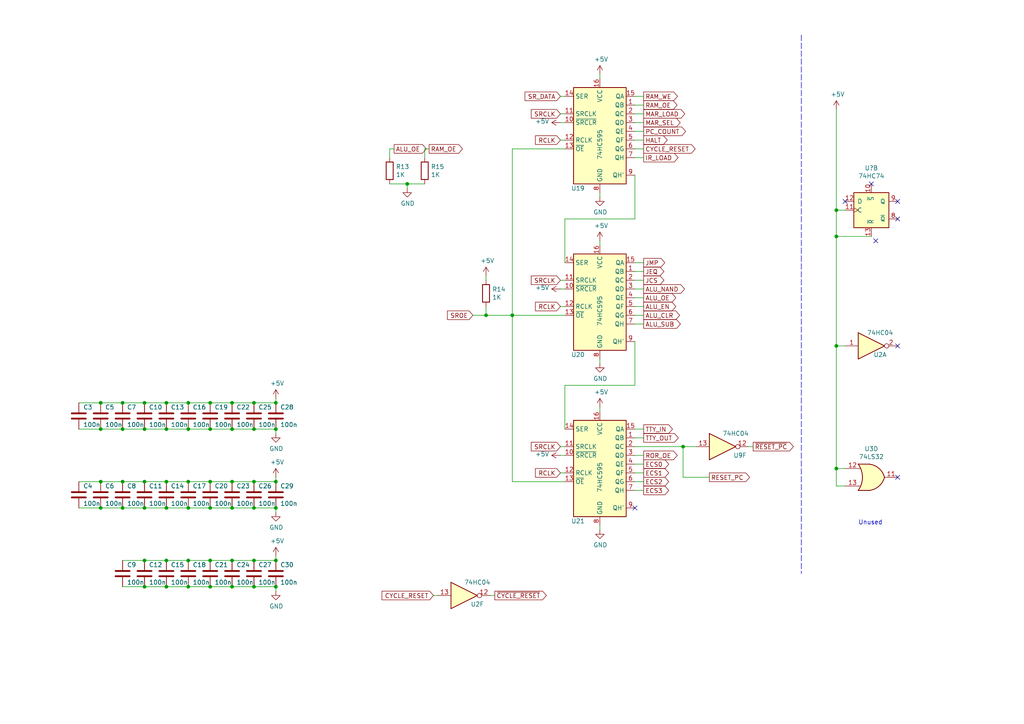
<source format=kicad_sch>
(kicad_sch (version 20231120) (generator "eeschema") (generator_version "8.0")
  (paper "A4")
  (lib_symbols
    (symbol "74xx:74HC04"
      (property "Reference" "U" (at 0 1.27 0))
      (property "Value" "74HC04" (at 0 -1.27 0))
      (symbol "74HC04_1_0"
        (polyline (pts (xy -3.81 3.81) (xy -3.81 -3.81) (xy 3.81 0) (xy -3.81 3.81)) (stroke (width 0.254)) (fill (type background)))
        (pin input line (at -7.62 0 0) (length 3.81) (name "~") (number "1"))
        (pin output inverted (at 7.62 0 180) (length 3.81) (name "~") (number "2"))
      )
      (symbol "74HC04_2_0"
        (polyline (pts (xy -3.81 3.81) (xy -3.81 -3.81) (xy 3.81 0) (xy -3.81 3.81)) (stroke (width 0.254)) (fill (type background)))
        (pin input line (at -7.62 0 0) (length 3.81) (name "~") (number "3"))
        (pin output inverted (at 7.62 0 180) (length 3.81) (name "~") (number "4"))
      )
      (symbol "74HC04_3_0"
        (polyline (pts (xy -3.81 3.81) (xy -3.81 -3.81) (xy 3.81 0) (xy -3.81 3.81)) (stroke (width 0.254)) (fill (type background)))
        (pin input line (at -7.62 0 0) (length 3.81) (name "~") (number "5"))
        (pin output inverted (at 7.62 0 180) (length 3.81) (name "~") (number "6"))
      )
      (symbol "74HC04_4_0"
        (polyline (pts (xy -3.81 3.81) (xy -3.81 -3.81) (xy 3.81 0) (xy -3.81 3.81)) (stroke (width 0.254)) (fill (type background)))
        (pin output inverted (at 7.62 0 180) (length 3.81) (name "~") (number "8"))
        (pin input line (at -7.62 0 0) (length 3.81) (name "~") (number "9"))
      )
      (symbol "74HC04_5_0"
        (polyline (pts (xy -3.81 3.81) (xy -3.81 -3.81) (xy 3.81 0) (xy -3.81 3.81)) (stroke (width 0.254)) (fill (type background)))
        (pin output inverted (at 7.62 0 180) (length 3.81) (name "~") (number "10"))
        (pin input line (at -7.62 0 0) (length 3.81) (name "~") (number "11"))
      )
      (symbol "74HC04_6_0"
        (polyline (pts (xy -3.81 3.81) (xy -3.81 -3.81) (xy 3.81 0) (xy -3.81 3.81)) (stroke (width 0.254)) (fill (type background)))
        (pin output inverted (at 7.62 0 180) (length 3.81) (name "~") (number "12"))
        (pin input line (at -7.62 0 0) (length 3.81) (name "~") (number "13"))
      )
      (symbol "74HC04_7_0"
        (pin power_in line (at 0 12.7 270) (length 5.08) (name "VCC") (number "14"))
        (pin power_in line (at 0 -12.7 90) (length 5.08) (name "GND") (number "7"))
      )
      (symbol "74HC04_7_1"
        (rectangle (start -5.08 7.62) (end 5.08 -7.62) (stroke (width 0.254)) (fill (type background)))
      )
    )
    (symbol "74xx:74HC595"
      (property "Reference" "U" (at -7.62 13.97 0))
      (property "Value" "74HC595" (at -7.62 -16.51 0))
      (symbol "74HC595_1_0"
        (pin tri_state line (at 10.16 7.62 180) (length 2.54) (name "QB") (number "1"))
        (pin input line (at -10.16 2.54 0) (length 2.54) (name "~{SRCLR}") (number "10"))
        (pin input line (at -10.16 5.08 0) (length 2.54) (name "SRCLK") (number "11"))
        (pin input line (at -10.16 -2.54 0) (length 2.54) (name "RCLK") (number "12"))
        (pin input line (at -10.16 -5.08 0) (length 2.54) (name "~{OE}") (number "13"))
        (pin input line (at -10.16 10.16 0) (length 2.54) (name "SER") (number "14"))
        (pin tri_state line (at 10.16 10.16 180) (length 2.54) (name "QA") (number "15"))
        (pin power_in line (at 0 15.24 270) (length 2.54) (name "VCC") (number "16"))
        (pin tri_state line (at 10.16 5.08 180) (length 2.54) (name "QC") (number "2"))
        (pin tri_state line (at 10.16 2.54 180) (length 2.54) (name "QD") (number "3"))
        (pin tri_state line (at 10.16 0 180) (length 2.54) (name "QE") (number "4"))
        (pin tri_state line (at 10.16 -2.54 180) (length 2.54) (name "QF") (number "5"))
        (pin tri_state line (at 10.16 -5.08 180) (length 2.54) (name "QG") (number "6"))
        (pin tri_state line (at 10.16 -7.62 180) (length 2.54) (name "QH") (number "7"))
        (pin power_in line (at 0 -17.78 90) (length 2.54) (name "GND") (number "8"))
        (pin output line (at 10.16 -12.7 180) (length 2.54) (name "QH'") (number "9"))
      )
      (symbol "74HC595_1_1"
        (rectangle (start -7.62 12.7) (end 7.62 -15.24) (stroke (width 0.254)) (fill (type background)))
      )
    )
    (symbol "74xx:74HC74" (pin_names (offset 1.016))
      (property "Reference" "U" (at -7.62 8.89 0))
      (property "Value" "74HC74" (at -7.62 -8.89 0))
      (symbol "74HC74_1_0"
        (pin input line (at 0 -7.62 90) (length 2.54) (name "~{R}") (number "1"))
        (pin input line (at -7.62 2.54 0) (length 2.54) (name "D") (number "2"))
        (pin input clock (at -7.62 0 0) (length 2.54) (name "C") (number "3"))
        (pin input line (at 0 7.62 270) (length 2.54) (name "~{S}") (number "4"))
        (pin output line (at 7.62 2.54 180) (length 2.54) (name "Q") (number "5"))
        (pin output line (at 7.62 -2.54 180) (length 2.54) (name "~{Q}") (number "6"))
      )
      (symbol "74HC74_1_1"
        (rectangle (start -5.08 5.08) (end 5.08 -5.08) (stroke (width 0.254)) (fill (type background)))
      )
      (symbol "74HC74_2_0"
        (pin input line (at 0 7.62 270) (length 2.54) (name "~{S}") (number "10"))
        (pin input clock (at -7.62 0 0) (length 2.54) (name "C") (number "11"))
        (pin input line (at -7.62 2.54 0) (length 2.54) (name "D") (number "12"))
        (pin input line (at 0 -7.62 90) (length 2.54) (name "~{R}") (number "13"))
        (pin output line (at 7.62 -2.54 180) (length 2.54) (name "~{Q}") (number "8"))
        (pin output line (at 7.62 2.54 180) (length 2.54) (name "Q") (number "9"))
      )
      (symbol "74HC74_2_1"
        (rectangle (start -5.08 5.08) (end 5.08 -5.08) (stroke (width 0.254)) (fill (type background)))
      )
      (symbol "74HC74_3_0"
        (pin power_in line (at 0 10.16 270) (length 2.54) (name "VCC") (number "14"))
        (pin power_in line (at 0 -10.16 90) (length 2.54) (name "GND") (number "7"))
      )
      (symbol "74HC74_3_1"
        (rectangle (start -5.08 7.62) (end 5.08 -7.62) (stroke (width 0.254)) (fill (type background)))
      )
    )
    (symbol "74xx:74LS32" (pin_names (offset 1.016))
      (property "Reference" "U" (at 0 1.27 0))
      (property "Value" "74LS32" (at 0 -1.27 0))
      (symbol "74LS32_1_1"
        (arc (start -3.81 -3.81) (mid -2.589 0) (end -3.81 3.81) (stroke (width 0.254)))
        (arc (start -0.6096 -3.81) (mid 2.1842 -2.5851) (end 3.81 0) (stroke (width 0.254)) (fill (type background)))
        (polyline (pts (xy -3.81 -3.81) (xy -0.635 -3.81)) (stroke (width 0.254)) (fill (type background)))
        (polyline (pts (xy -3.81 3.81) (xy -0.635 3.81)) (stroke (width 0.254)) (fill (type background)))
        (polyline (pts (xy -0.635 3.81) (xy -3.81 3.81) (xy -3.81 3.81) (xy -3.556 3.4036) (xy -3.0226 2.2606) (xy -2.6924 1.0414) (xy -2.6162 -0.254) (xy -2.7686 -1.4986) (xy -3.175 -2.7178) (xy -3.81 -3.81) (xy -3.81 -3.81) (xy -0.635 -3.81)) (stroke (width -25.4)) (fill (type background)))
        (arc (start 3.81 0) (mid 2.1915 2.5936) (end -0.6096 3.81) (stroke (width 0.254)) (fill (type background)))
        (pin input line (at -7.62 2.54 0) (length 4.318) (name "~") (number "1"))
        (pin input line (at -7.62 -2.54 0) (length 4.318) (name "~") (number "2"))
        (pin output line (at 7.62 0 180) (length 3.81) (name "~") (number "3"))
      )
      (symbol "74LS32_1_2"
        (arc (start 0 -3.81) (mid 3.7934 0) (end 0 3.81) (stroke (width 0.254)) (fill (type background)))
        (polyline (pts (xy 0 3.81) (xy -3.81 3.81) (xy -3.81 -3.81) (xy 0 -3.81)) (stroke (width 0.254)) (fill (type background)))
        (pin input inverted (at -7.62 2.54 0) (length 3.81) (name "~") (number "1"))
        (pin input inverted (at -7.62 -2.54 0) (length 3.81) (name "~") (number "2"))
        (pin output inverted (at 7.62 0 180) (length 3.81) (name "~") (number "3"))
      )
      (symbol "74LS32_2_1"
        (arc (start -3.81 -3.81) (mid -2.589 0) (end -3.81 3.81) (stroke (width 0.254)))
        (arc (start -0.6096 -3.81) (mid 2.1842 -2.5851) (end 3.81 0) (stroke (width 0.254)) (fill (type background)))
        (polyline (pts (xy -3.81 -3.81) (xy -0.635 -3.81)) (stroke (width 0.254)) (fill (type background)))
        (polyline (pts (xy -3.81 3.81) (xy -0.635 3.81)) (stroke (width 0.254)) (fill (type background)))
        (polyline (pts (xy -0.635 3.81) (xy -3.81 3.81) (xy -3.81 3.81) (xy -3.556 3.4036) (xy -3.0226 2.2606) (xy -2.6924 1.0414) (xy -2.6162 -0.254) (xy -2.7686 -1.4986) (xy -3.175 -2.7178) (xy -3.81 -3.81) (xy -3.81 -3.81) (xy -0.635 -3.81)) (stroke (width -25.4)) (fill (type background)))
        (arc (start 3.81 0) (mid 2.1915 2.5936) (end -0.6096 3.81) (stroke (width 0.254)) (fill (type background)))
        (pin input line (at -7.62 2.54 0) (length 4.318) (name "~") (number "4"))
        (pin input line (at -7.62 -2.54 0) (length 4.318) (name "~") (number "5"))
        (pin output line (at 7.62 0 180) (length 3.81) (name "~") (number "6"))
      )
      (symbol "74LS32_2_2"
        (arc (start 0 -3.81) (mid 3.7934 0) (end 0 3.81) (stroke (width 0.254)) (fill (type background)))
        (polyline (pts (xy 0 3.81) (xy -3.81 3.81) (xy -3.81 -3.81) (xy 0 -3.81)) (stroke (width 0.254)) (fill (type background)))
        (pin input inverted (at -7.62 2.54 0) (length 3.81) (name "~") (number "4"))
        (pin input inverted (at -7.62 -2.54 0) (length 3.81) (name "~") (number "5"))
        (pin output inverted (at 7.62 0 180) (length 3.81) (name "~") (number "6"))
      )
      (symbol "74LS32_3_1"
        (arc (start -3.81 -3.81) (mid -2.589 0) (end -3.81 3.81) (stroke (width 0.254)))
        (arc (start -0.6096 -3.81) (mid 2.1842 -2.5851) (end 3.81 0) (stroke (width 0.254)) (fill (type background)))
        (polyline (pts (xy -3.81 -3.81) (xy -0.635 -3.81)) (stroke (width 0.254)) (fill (type background)))
        (polyline (pts (xy -3.81 3.81) (xy -0.635 3.81)) (stroke (width 0.254)) (fill (type background)))
        (polyline (pts (xy -0.635 3.81) (xy -3.81 3.81) (xy -3.81 3.81) (xy -3.556 3.4036) (xy -3.0226 2.2606) (xy -2.6924 1.0414) (xy -2.6162 -0.254) (xy -2.7686 -1.4986) (xy -3.175 -2.7178) (xy -3.81 -3.81) (xy -3.81 -3.81) (xy -0.635 -3.81)) (stroke (width -25.4)) (fill (type background)))
        (arc (start 3.81 0) (mid 2.1915 2.5936) (end -0.6096 3.81) (stroke (width 0.254)) (fill (type background)))
        (pin input line (at -7.62 -2.54 0) (length 4.318) (name "~") (number "10"))
        (pin output line (at 7.62 0 180) (length 3.81) (name "~") (number "8"))
        (pin input line (at -7.62 2.54 0) (length 4.318) (name "~") (number "9"))
      )
      (symbol "74LS32_3_2"
        (arc (start 0 -3.81) (mid 3.7934 0) (end 0 3.81) (stroke (width 0.254)) (fill (type background)))
        (polyline (pts (xy 0 3.81) (xy -3.81 3.81) (xy -3.81 -3.81) (xy 0 -3.81)) (stroke (width 0.254)) (fill (type background)))
        (pin input inverted (at -7.62 -2.54 0) (length 3.81) (name "~") (number "10"))
        (pin output inverted (at 7.62 0 180) (length 3.81) (name "~") (number "8"))
        (pin input inverted (at -7.62 2.54 0) (length 3.81) (name "~") (number "9"))
      )
      (symbol "74LS32_4_1"
        (arc (start -3.81 -3.81) (mid -2.589 0) (end -3.81 3.81) (stroke (width 0.254)))
        (arc (start -0.6096 -3.81) (mid 2.1842 -2.5851) (end 3.81 0) (stroke (width 0.254)) (fill (type background)))
        (polyline (pts (xy -3.81 -3.81) (xy -0.635 -3.81)) (stroke (width 0.254)) (fill (type background)))
        (polyline (pts (xy -3.81 3.81) (xy -0.635 3.81)) (stroke (width 0.254)) (fill (type background)))
        (polyline (pts (xy -0.635 3.81) (xy -3.81 3.81) (xy -3.81 3.81) (xy -3.556 3.4036) (xy -3.0226 2.2606) (xy -2.6924 1.0414) (xy -2.6162 -0.254) (xy -2.7686 -1.4986) (xy -3.175 -2.7178) (xy -3.81 -3.81) (xy -3.81 -3.81) (xy -0.635 -3.81)) (stroke (width -25.4)) (fill (type background)))
        (arc (start 3.81 0) (mid 2.1915 2.5936) (end -0.6096 3.81) (stroke (width 0.254)) (fill (type background)))
        (pin output line (at 7.62 0 180) (length 3.81) (name "~") (number "11"))
        (pin input line (at -7.62 2.54 0) (length 4.318) (name "~") (number "12"))
        (pin input line (at -7.62 -2.54 0) (length 4.318) (name "~") (number "13"))
      )
      (symbol "74LS32_4_2"
        (arc (start 0 -3.81) (mid 3.7934 0) (end 0 3.81) (stroke (width 0.254)) (fill (type background)))
        (polyline (pts (xy 0 3.81) (xy -3.81 3.81) (xy -3.81 -3.81) (xy 0 -3.81)) (stroke (width 0.254)) (fill (type background)))
        (pin output inverted (at 7.62 0 180) (length 3.81) (name "~") (number "11"))
        (pin input inverted (at -7.62 2.54 0) (length 3.81) (name "~") (number "12"))
        (pin input inverted (at -7.62 -2.54 0) (length 3.81) (name "~") (number "13"))
      )
      (symbol "74LS32_5_0"
        (pin power_in line (at 0 12.7 270) (length 5.08) (name "VCC") (number "14"))
        (pin power_in line (at 0 -12.7 90) (length 5.08) (name "GND") (number "7"))
      )
      (symbol "74LS32_5_1"
        (rectangle (start -5.08 7.62) (end 5.08 -7.62) (stroke (width 0.254)) (fill (type background)))
      )
    )
    (symbol "8bit_computer-rescue:+5V-power" (power) (pin_names (offset 0))
      (property "Value" "power_+5V" (at 0 3.556 0))
      (symbol "+5V-power_0_1"
        (polyline (pts (xy -0.762 1.27) (xy 0 2.54)))
        (polyline (pts (xy 0 0) (xy 0 2.54)))
        (polyline (pts (xy 0 2.54) (xy 0.762 1.27)))
      )
      (symbol "+5V-power_1_1"
        (pin power_in line (at 0 0 90) (length 0) hide (name "+5V") (number "1"))
      )
    )
    (symbol "8bit_computer-rescue:GND-power" (power) (pin_names (offset 0))
      (property "Value" "power_GND" (at 0 -3.81 0))
      (symbol "GND-power_0_1"
        (polyline (pts (xy 0 0) (xy 0 -1.27) (xy 1.27 -1.27) (xy 0 -2.54) (xy -1.27 -1.27) (xy 0 -1.27)))
      )
      (symbol "GND-power_1_1"
        (pin power_in line (at 0 0 270) (length 0) hide (name "GND") (number "1"))
      )
    )
    (symbol "Device:C" (pin_numbers hide) (pin_names (offset 0.254))
      (property "Reference" "C" (at 0.635 2.54 0))
      (property "Value" "C" (at 0.635 -2.54 0))
      (symbol "C_0_1"
        (polyline (pts (xy -2.032 -0.762) (xy 2.032 -0.762)) (stroke (width 0.508)))
        (polyline (pts (xy -2.032 0.762) (xy 2.032 0.762)) (stroke (width 0.508)))
      )
      (symbol "C_1_1"
        (pin passive line (at 0 3.81 270) (length 2.794) (name "~") (number "1"))
        (pin passive line (at 0 -3.81 90) (length 2.794) (name "~") (number "2"))
      )
    )
    (symbol "Device:R" (pin_numbers hide) (pin_names (offset 0))
      (property "Reference" "R" (at 2.032 0 90))
      (property "Value" "R" (at 0 0 90))
      (symbol "R_0_1"
        (rectangle (start -1.016 -2.54) (end 1.016 2.54) (stroke (width 0.254)))
      )
      (symbol "R_1_1"
        (pin passive line (at 0 3.81 270) (length 1.27) (name "~") (number "1"))
        (pin passive line (at 0 -3.81 90) (length 1.27) (name "~") (number "2"))
      )
    )
  )
  (junction (at 60.96 162.56))
  (junction (at 29.21 147.32))
  (junction (at 54.61 147.32))
  (junction (at 29.21 139.7))
  (junction (at 60.96 116.84))
  (junction (at 29.21 116.84))
  (junction (at 60.96 124.46))
  (junction (at 73.66 116.84))
  (junction (at 73.66 139.7))
  (junction (at 60.96 139.7))
  (junction (at 41.91 124.46))
  (junction (at 73.66 124.46))
  (junction (at 41.91 116.84))
  (junction (at 48.26 162.56))
  (junction (at 67.31 139.7))
  (junction (at 140.97 91.44))
  (junction (at 48.26 139.7))
  (junction (at 80.01 170.18))
  (junction (at 60.96 147.32))
  (junction (at 54.61 124.46))
  (junction (at 242.57 68.58))
  (junction (at 41.91 147.32))
  (junction (at 29.21 124.46))
  (junction (at 73.66 162.56))
  (junction (at 67.31 170.18))
  (junction (at 54.61 139.7))
  (junction (at 198.12 129.54))
  (junction (at 54.61 116.84))
  (junction (at 48.26 116.84))
  (junction (at 80.01 139.7))
  (junction (at 67.31 124.46))
  (junction (at 48.26 147.32))
  (junction (at 67.31 116.84))
  (junction (at 35.56 139.7))
  (junction (at 54.61 170.18))
  (junction (at 148.59 91.44))
  (junction (at 80.01 147.32))
  (junction (at 60.96 170.18))
  (junction (at 54.61 162.56))
  (junction (at 48.26 170.18))
  (junction (at 242.57 100.33))
  (junction (at 35.56 116.84))
  (junction (at 80.01 116.84))
  (junction (at 242.57 135.89))
  (junction (at 41.91 162.56))
  (junction (at 242.57 60.96))
  (junction (at 35.56 147.32))
  (junction (at 41.91 170.18))
  (junction (at 73.66 170.18))
  (junction (at 67.31 147.32))
  (junction (at 48.26 124.46))
  (junction (at 73.66 147.32))
  (junction (at 35.56 124.46))
  (junction (at 67.31 162.56))
  (junction (at 80.01 162.56))
  (junction (at 41.91 139.7))
  (junction (at 80.01 124.46))
  (junction (at 118.11 53.34))
  (no_connect (at 245.11 58.42))
  (no_connect (at 252.73 53.34))
  (no_connect (at 260.35 58.42))
  (no_connect (at 184.15 147.32))
  (no_connect (at 260.35 138.43))
  (no_connect (at 260.35 100.33))
  (no_connect (at 260.35 63.5))
  (no_connect (at 254 69.85))
  (wire (pts (xy 198.12 129.54) (xy 201.93 129.54)))
  (wire (pts (xy 67.31 124.46) (xy 73.66 124.46)))
  (wire (pts (xy 54.61 139.7) (xy 48.26 139.7)))
  (wire (pts (xy 67.31 170.18) (xy 73.66 170.18)))
  (wire (pts (xy 60.96 162.56) (xy 54.61 162.56)))
  (wire (pts (xy 242.57 31.75) (xy 242.57 60.96)))
  (wire (pts (xy 242.57 68.58) (xy 242.57 60.96)))
  (wire (pts (xy 73.66 147.32) (xy 80.01 147.32)))
  (wire (pts (xy 162.56 27.94) (xy 163.83 27.94)))
  (wire (pts (xy 80.01 139.7) (xy 80.01 138.43)))
  (wire (pts (xy 173.99 22.86) (xy 173.99 21.59)))
  (wire (pts (xy 41.91 139.7) (xy 35.56 139.7)))
  (wire (pts (xy 173.99 119.38) (xy 173.99 118.11)))
  (wire (pts (xy 186.69 127) (xy 184.15 127)))
  (wire (pts (xy 60.96 170.18) (xy 67.31 170.18)))
  (wire (pts (xy 137.16 91.44) (xy 140.97 91.44)))
  (wire (pts (xy 186.69 30.48) (xy 184.15 30.48)))
  (wire (pts (xy 205.74 138.43) (xy 198.12 138.43)))
  (wire (pts (xy 163.83 63.5) (xy 163.83 76.2)))
  (wire (pts (xy 184.15 134.62) (xy 186.69 134.62)))
  (wire (pts (xy 60.96 116.84) (xy 54.61 116.84)))
  (wire (pts (xy 67.31 147.32) (xy 73.66 147.32)))
  (wire (pts (xy 60.96 147.32) (xy 67.31 147.32)))
  (wire (pts (xy 140.97 88.9) (xy 140.97 91.44)))
  (wire (pts (xy 162.56 35.56) (xy 163.83 35.56)))
  (wire (pts (xy 163.83 111.76) (xy 163.83 124.46)))
  (wire (pts (xy 162.56 33.02) (xy 163.83 33.02)))
  (wire (pts (xy 186.69 93.98) (xy 184.15 93.98)))
  (wire (pts (xy 186.69 91.44) (xy 184.15 91.44)))
  (wire (pts (xy 41.91 124.46) (xy 48.26 124.46)))
  (wire (pts (xy 245.11 135.89) (xy 242.57 135.89)))
  (wire (pts (xy 125.73 172.72) (xy 127 172.72)))
  (wire (pts (xy 162.56 132.08) (xy 163.83 132.08)))
  (wire (pts (xy 162.56 83.82) (xy 163.83 83.82)))
  (wire (pts (xy 60.96 124.46) (xy 67.31 124.46)))
  (wire (pts (xy 41.91 170.18) (xy 48.26 170.18)))
  (wire (pts (xy 29.21 139.7) (xy 22.86 139.7)))
  (wire (pts (xy 35.56 124.46) (xy 41.91 124.46)))
  (wire (pts (xy 252.73 68.58) (xy 242.57 68.58)))
  (wire (pts (xy 184.15 139.7) (xy 186.69 139.7)))
  (wire (pts (xy 67.31 139.7) (xy 60.96 139.7)))
  (wire (pts (xy 54.61 124.46) (xy 60.96 124.46)))
  (wire (pts (xy 29.21 116.84) (xy 22.86 116.84)))
  (wire (pts (xy 245.11 100.33) (xy 242.57 100.33)))
  (wire (pts (xy 148.59 43.18) (xy 148.59 91.44)))
  (wire (pts (xy 118.11 53.34) (xy 113.03 53.34)))
  (wire (pts (xy 35.56 170.18) (xy 41.91 170.18)))
  (wire (pts (xy 173.99 57.15) (xy 173.99 55.88)))
  (wire (pts (xy 80.01 116.84) (xy 80.01 115.57)))
  (wire (pts (xy 184.15 43.18) (xy 186.69 43.18)))
  (wire (pts (xy 186.69 33.02) (xy 184.15 33.02)))
  (wire (pts (xy 41.91 162.56) (xy 35.56 162.56)))
  (wire (pts (xy 67.31 162.56) (xy 60.96 162.56)))
  (wire (pts (xy 184.15 137.16) (xy 186.69 137.16)))
  (wire (pts (xy 118.11 53.34) (xy 123.19 53.34)))
  (wire (pts (xy 123.19 43.18) (xy 124.46 43.18)))
  (wire (pts (xy 242.57 100.33) (xy 242.57 135.89)))
  (wire (pts (xy 73.66 139.7) (xy 67.31 139.7)))
  (wire (pts (xy 173.99 105.41) (xy 173.99 104.14)))
  (wire (pts (xy 218.44 129.54) (xy 217.17 129.54)))
  (wire (pts (xy 148.59 139.7) (xy 163.83 139.7)))
  (wire (pts (xy 143.51 172.72) (xy 142.24 172.72)))
  (wire (pts (xy 54.61 170.18) (xy 60.96 170.18)))
  (wire (pts (xy 184.15 142.24) (xy 186.69 142.24)))
  (wire (pts (xy 80.01 116.84) (xy 73.66 116.84)))
  (wire (pts (xy 162.56 40.64) (xy 163.83 40.64)))
  (wire (pts (xy 29.21 124.46) (xy 35.56 124.46)))
  (wire (pts (xy 67.31 116.84) (xy 60.96 116.84)))
  (wire (pts (xy 80.01 125.73) (xy 80.01 124.46)))
  (wire (pts (xy 48.26 116.84) (xy 41.91 116.84)))
  (wire (pts (xy 41.91 147.32) (xy 48.26 147.32)))
  (wire (pts (xy 48.26 147.32) (xy 54.61 147.32)))
  (wire (pts (xy 184.15 40.64) (xy 186.69 40.64)))
  (wire (pts (xy 48.26 170.18) (xy 54.61 170.18)))
  (wire (pts (xy 35.56 147.32) (xy 41.91 147.32)))
  (wire (pts (xy 140.97 91.44) (xy 148.59 91.44)))
  (wire (pts (xy 118.11 54.61) (xy 118.11 53.34)))
  (wire (pts (xy 186.69 78.74) (xy 184.15 78.74)))
  (wire (pts (xy 245.11 60.96) (xy 242.57 60.96)))
  (wire (pts (xy 73.66 116.84) (xy 67.31 116.84)))
  (wire (pts (xy 41.91 116.84) (xy 35.56 116.84)))
  (wire (pts (xy 184.15 50.8) (xy 184.15 63.5)))
  (wire (pts (xy 80.01 162.56) (xy 80.01 161.29)))
  (wire (pts (xy 148.59 91.44) (xy 163.83 91.44)))
  (wire (pts (xy 162.56 137.16) (xy 163.83 137.16)))
  (wire (pts (xy 173.99 153.67) (xy 173.99 152.4)))
  (wire (pts (xy 80.01 162.56) (xy 73.66 162.56)))
  (wire (pts (xy 148.59 139.7) (xy 148.59 91.44)))
  (wire (pts (xy 162.56 88.9) (xy 163.83 88.9)))
  (wire (pts (xy 245.11 140.97) (xy 242.57 140.97)))
  (wire (pts (xy 186.69 124.46) (xy 184.15 124.46)))
  (wire (pts (xy 186.69 45.72) (xy 184.15 45.72)))
  (wire (pts (xy 54.61 116.84) (xy 48.26 116.84)))
  (wire (pts (xy 54.61 162.56) (xy 48.26 162.56)))
  (wire (pts (xy 80.01 148.59) (xy 80.01 147.32)))
  (wire (pts (xy 184.15 111.76) (xy 163.83 111.76)))
  (wire (pts (xy 73.66 162.56) (xy 67.31 162.56)))
  (wire (pts (xy 242.57 140.97) (xy 242.57 135.89)))
  (wire (pts (xy 22.86 124.46) (xy 29.21 124.46)))
  (wire (pts (xy 113.03 45.72) (xy 113.03 43.18)))
  (wire (pts (xy 162.56 81.28) (xy 163.83 81.28)))
  (wire (pts (xy 184.15 129.54) (xy 198.12 129.54)))
  (wire (pts (xy 60.96 139.7) (xy 54.61 139.7)))
  (wire (pts (xy 123.19 45.72) (xy 123.19 43.18)))
  (wire (pts (xy 35.56 116.84) (xy 29.21 116.84)))
  (wire (pts (xy 186.69 86.36) (xy 184.15 86.36)))
  (wire (pts (xy 173.99 71.12) (xy 173.99 69.85)))
  (wire (pts (xy 73.66 170.18) (xy 80.01 170.18)))
  (wire (pts (xy 186.69 76.2) (xy 184.15 76.2)))
  (wire (pts (xy 184.15 99.06) (xy 184.15 111.76)))
  (wire (pts (xy 186.69 27.94) (xy 184.15 27.94)))
  (wire (pts (xy 140.97 80.01) (xy 140.97 81.28)))
  (wire (pts (xy 48.26 124.46) (xy 54.61 124.46)))
  (wire (pts (xy 35.56 139.7) (xy 29.21 139.7)))
  (wire (pts (xy 184.15 132.08) (xy 186.69 132.08)))
  (wire (pts (xy 186.69 83.82) (xy 184.15 83.82)))
  (wire (pts (xy 162.56 129.54) (xy 163.83 129.54)))
  (wire (pts (xy 22.86 147.32) (xy 29.21 147.32)))
  (wire (pts (xy 186.69 88.9) (xy 184.15 88.9)))
  (wire (pts (xy 242.57 68.58) (xy 242.57 100.33)))
  (wire (pts (xy 184.15 38.1) (xy 186.69 38.1)))
  (wire (pts (xy 186.69 81.28) (xy 184.15 81.28)))
  (wire (pts (xy 80.01 139.7) (xy 73.66 139.7)))
  (wire (pts (xy 184.15 63.5) (xy 163.83 63.5)))
  (wire (pts (xy 198.12 138.43) (xy 198.12 129.54)))
  (wire (pts (xy 186.69 35.56) (xy 184.15 35.56)))
  (wire (pts (xy 148.59 43.18) (xy 163.83 43.18)))
  (wire (pts (xy 113.03 43.18) (xy 114.3 43.18)))
  (wire (pts (xy 48.26 139.7) (xy 41.91 139.7)))
  (wire (pts (xy 29.21 147.32) (xy 35.56 147.32)))
  (wire (pts (xy 73.66 124.46) (xy 80.01 124.46)))
  (polyline (pts (xy 232.41 10.16) (xy 232.41 166.37)) (stroke (width 0) (type dash)))
  (wire (pts (xy 54.61 147.32) (xy 60.96 147.32)))
  (wire (pts (xy 48.26 162.56) (xy 41.91 162.56)))
  (wire (pts (xy 80.01 171.45) (xy 80.01 170.18)))
  (text "Unused\n" (at 248.92 152.4 0) (effects (font (size 1.27 1.27)) (justify left bottom)))
  (global_label "SRCLK" (shape input) (at 162.56 81.28 180) (property "Intersheetrefs" "${INTERSHEET_REFS}" (effects (hide yes))))
  (global_label "ECS0" (shape output) (at 186.69 134.62 0) (property "Intersheetrefs" "${INTERSHEET_REFS}" (effects (hide yes))))
  (global_label "SRCLK" (shape input) (at 162.56 33.02 180) (property "Intersheetrefs" "${INTERSHEET_REFS}" (effects (hide yes))))
  (global_label "RAM_WE" (shape output) (at 186.69 27.94 0) (property "Intersheetrefs" "${INTERSHEET_REFS}" (effects (hide yes))))
  (global_label "RAM_OE" (shape output) (at 186.69 30.48 0) (property "Intersheetrefs" "${INTERSHEET_REFS}" (effects (hide yes))))
  (global_label "TTY_IN" (shape output) (at 186.69 124.46 0) (property "Intersheetrefs" "${INTERSHEET_REFS}" (effects (hide yes))))
  (global_label "IR_LOAD" (shape output) (at 186.69 45.72 0) (property "Intersheetrefs" "${INTERSHEET_REFS}" (effects (hide yes))))
  (global_label "RESET_PC" (shape output) (at 205.74 138.43 0) (property "Intersheetrefs" "${INTERSHEET_REFS}" (effects (hide yes))))
  (global_label "SROE" (shape input) (at 137.16 91.44 180) (property "Intersheetrefs" "${INTERSHEET_REFS}" (effects (hide yes))))
  (global_label "~{CYCLE_RESET}" (shape output) (at 143.51 172.72 0) (property "Intersheetrefs" "${INTERSHEET_REFS}" (effects (hide yes))))
  (global_label "ECS3" (shape output) (at 186.69 142.24 0) (property "Intersheetrefs" "${INTERSHEET_REFS}" (effects (hide yes))))
  (global_label "RAM_OE" (shape output) (at 124.46 43.18 0) (property "Intersheetrefs" "${INTERSHEET_REFS}" (effects (hide yes))))
  (global_label "RCLK" (shape input) (at 162.56 88.9 180) (property "Intersheetrefs" "${INTERSHEET_REFS}" (effects (hide yes))))
  (global_label "ECS1" (shape output) (at 186.69 137.16 0) (property "Intersheetrefs" "${INTERSHEET_REFS}" (effects (hide yes))))
  (global_label "RCLK" (shape input) (at 162.56 40.64 180) (property "Intersheetrefs" "${INTERSHEET_REFS}" (effects (hide yes))))
  (global_label "RCLK" (shape input) (at 162.56 137.16 180) (property "Intersheetrefs" "${INTERSHEET_REFS}" (effects (hide yes))))
  (global_label "TTY_OUT" (shape output) (at 186.69 127 0) (property "Intersheetrefs" "${INTERSHEET_REFS}" (effects (hide yes))))
  (global_label "ROR_OE" (shape output) (at 186.69 132.08 0) (property "Intersheetrefs" "${INTERSHEET_REFS}" (effects (hide yes))))
  (global_label "SR_DATA" (shape input) (at 162.56 27.94 180) (property "Intersheetrefs" "${INTERSHEET_REFS}" (effects (hide yes))))
  (global_label "PC_COUNT" (shape output) (at 186.69 38.1 0) (property "Intersheetrefs" "${INTERSHEET_REFS}" (effects (hide yes))))
  (global_label "MAR_SEL" (shape output) (at 186.69 35.56 0) (property "Intersheetrefs" "${INTERSHEET_REFS}" (effects (hide yes))))
  (global_label "JEQ" (shape output) (at 186.69 78.74 0) (property "Intersheetrefs" "${INTERSHEET_REFS}" (effects (hide yes))))
  (global_label "JCS" (shape output) (at 186.69 81.28 0) (property "Intersheetrefs" "${INTERSHEET_REFS}" (effects (hide yes))))
  (global_label "CYCLE_RESET" (shape output) (at 186.69 43.18 0) (property "Intersheetrefs" "${INTERSHEET_REFS}" (effects (hide yes))))
  (global_label "ALU_CLR" (shape output) (at 186.69 91.44 0) (property "Intersheetrefs" "${INTERSHEET_REFS}" (effects (hide yes))))
  (global_label "HALT" (shape output) (at 186.69 40.64 0) (property "Intersheetrefs" "${INTERSHEET_REFS}" (effects (hide yes))))
  (global_label "ECS2" (shape output) (at 186.69 139.7 0) (property "Intersheetrefs" "${INTERSHEET_REFS}" (effects (hide yes))))
  (global_label "~{RESET_PC}" (shape output) (at 218.44 129.54 0) (property "Intersheetrefs" "${INTERSHEET_REFS}" (effects (hide yes))))
  (global_label "SRCLK" (shape input) (at 162.56 129.54 180) (property "Intersheetrefs" "${INTERSHEET_REFS}" (effects (hide yes))))
  (global_label "ALU_OE" (shape output) (at 114.3 43.18 0) (property "Intersheetrefs" "${INTERSHEET_REFS}" (effects (hide yes))))
  (global_label "CYCLE_RESET" (shape input) (at 125.73 172.72 180) (property "Intersheetrefs" "${INTERSHEET_REFS}" (effects (hide yes))))
  (global_label "MAR_LOAD" (shape output) (at 186.69 33.02 0) (property "Intersheetrefs" "${INTERSHEET_REFS}" (effects (hide yes))))
  (global_label "ALU_OE" (shape output) (at 186.69 86.36 0) (property "Intersheetrefs" "${INTERSHEET_REFS}" (effects (hide yes))))
  (global_label "ALU_EN" (shape output) (at 186.69 88.9 0) (property "Intersheetrefs" "${INTERSHEET_REFS}" (effects (hide yes))))
  (global_label "JMP" (shape output) (at 186.69 76.2 0) (property "Intersheetrefs" "${INTERSHEET_REFS}" (effects (hide yes))))
  (global_label "ALU_NAND" (shape output) (at 186.69 83.82 0) (property "Intersheetrefs" "${INTERSHEET_REFS}" (effects (hide yes))))
  (global_label "ALU_SUB" (shape output) (at 186.69 93.98 0) (property "Intersheetrefs" "${INTERSHEET_REFS}" (effects (hide yes))))
  (symbol (lib_id "Device:C") (at 22.86 143.51 0) (unit 1)
    (property "Reference" "C4" (at 24.13 140.97 0) (effects (justify left)))
    (property "Value" "100n" (at 24.13 146.05 0) (effects (justify left)))
    (property "Footprint" "Capacitor_THT:C_Disc_D4.3mm_W1.9mm_P5.00mm" (effects (hide yes)))
  )
  (symbol (lib_id "Device:C") (at 29.21 143.51 0) (unit 1)
    (property "Reference" "C6" (at 30.48 140.97 0) (effects (justify left)))
    (property "Value" "100n" (at 30.48 146.05 0) (effects (justify left)))
    (property "Footprint" "Capacitor_THT:C_Disc_D4.3mm_W1.9mm_P5.00mm" (effects (hide yes)))
  )
  (symbol (lib_id "Device:C") (at 35.56 143.51 0) (unit 1)
    (property "Reference" "C8" (at 36.83 140.97 0) (effects (justify left)))
    (property "Value" "100n" (at 36.83 146.05 0) (effects (justify left)))
    (property "Footprint" "Capacitor_THT:C_Disc_D4.3mm_W1.9mm_P5.00mm" (effects (hide yes)))
  )
  (symbol (lib_id "Device:C") (at 41.91 143.51 0) (unit 1)
    (property "Reference" "C11" (at 43.18 140.97 0) (effects (justify left)))
    (property "Value" "100n" (at 43.18 146.05 0) (effects (justify left)))
    (property "Footprint" "Capacitor_THT:C_Disc_D4.3mm_W1.9mm_P5.00mm" (effects (hide yes)))
  )
  (symbol (lib_id "Device:C") (at 48.26 143.51 0) (unit 1)
    (property "Reference" "C14" (at 49.53 140.97 0) (effects (justify left)))
    (property "Value" "100n" (at 49.53 146.05 0) (effects (justify left)))
    (property "Footprint" "Capacitor_THT:C_Disc_D4.3mm_W1.9mm_P5.00mm" (effects (hide yes)))
  )
  (symbol (lib_id "Device:C") (at 54.61 143.51 0) (unit 1)
    (property "Reference" "C17" (at 55.88 140.97 0) (effects (justify left)))
    (property "Value" "100n" (at 55.88 146.05 0) (effects (justify left)))
    (property "Footprint" "Capacitor_THT:C_Disc_D4.3mm_W1.9mm_P5.00mm" (effects (hide yes)))
  )
  (symbol (lib_id "Device:C") (at 60.96 143.51 0) (unit 1)
    (property "Reference" "C20" (at 62.23 140.97 0) (effects (justify left)))
    (property "Value" "100n" (at 62.23 146.05 0) (effects (justify left)))
    (property "Footprint" "Capacitor_THT:C_Disc_D4.3mm_W1.9mm_P5.00mm" (effects (hide yes)))
  )
  (symbol (lib_id "Device:C") (at 67.31 143.51 0) (unit 1)
    (property "Reference" "C23" (at 68.58 140.97 0) (effects (justify left)))
    (property "Value" "100n" (at 68.58 146.05 0) (effects (justify left)))
    (property "Footprint" "Capacitor_THT:C_Disc_D4.3mm_W1.9mm_P5.00mm" (effects (hide yes)))
  )
  (symbol (lib_id "Device:C") (at 73.66 143.51 0) (unit 1)
    (property "Reference" "C26" (at 74.93 140.97 0) (effects (justify left)))
    (property "Value" "100n" (at 74.93 146.05 0) (effects (justify left)))
    (property "Footprint" "Capacitor_THT:C_Disc_D4.3mm_W1.9mm_P5.00mm" (effects (hide yes)))
  )
  (symbol (lib_id "Device:C") (at 80.01 143.51 0) (unit 1)
    (property "Reference" "C29" (at 81.28 140.97 0) (effects (justify left)))
    (property "Value" "100n" (at 81.28 146.05 0) (effects (justify left)))
    (property "Footprint" "Capacitor_THT:C_Disc_D4.3mm_W1.9mm_P5.00mm" (effects (hide yes)))
  )
  (symbol (lib_id "8bit_computer-rescue:+5V-power") (at 80.01 138.43 0) (unit 1)
    (property "Reference" "#PWR045" (effects (hide yes)))
    (property "Value" "+5V" (at 80.391 134.0358 0))
  )
  (symbol (lib_id "8bit_computer-rescue:GND-power") (at 80.01 148.59 0) (unit 1)
    (property "Reference" "#PWR046" (effects (hide yes)))
    (property "Value" "GND" (at 80.137 152.9842 0))
  )
  (symbol (lib_id "Device:C") (at 35.56 166.37 0) (unit 1)
    (property "Reference" "C9" (at 36.83 163.83 0) (effects (justify left)))
    (property "Value" "100n" (at 36.83 168.91 0) (effects (justify left)))
    (property "Footprint" "Capacitor_THT:C_Disc_D4.3mm_W1.9mm_P5.00mm" (effects (hide yes)))
  )
  (symbol (lib_id "Device:C") (at 41.91 166.37 0) (unit 1)
    (property "Reference" "C12" (at 43.18 163.83 0) (effects (justify left)))
    (property "Value" "100n" (at 43.18 168.91 0) (effects (justify left)))
    (property "Footprint" "Capacitor_THT:C_Disc_D4.3mm_W1.9mm_P5.00mm" (effects (hide yes)))
  )
  (symbol (lib_id "Device:C") (at 48.26 166.37 0) (unit 1)
    (property "Reference" "C15" (at 49.53 163.83 0) (effects (justify left)))
    (property "Value" "100n" (at 49.53 168.91 0) (effects (justify left)))
    (property "Footprint" "Capacitor_THT:C_Disc_D4.3mm_W1.9mm_P5.00mm" (effects (hide yes)))
  )
  (symbol (lib_id "Device:C") (at 54.61 166.37 0) (unit 1)
    (property "Reference" "C18" (at 55.88 163.83 0) (effects (justify left)))
    (property "Value" "100n" (at 55.88 168.91 0) (effects (justify left)))
    (property "Footprint" "Capacitor_THT:C_Disc_D4.3mm_W1.9mm_P5.00mm" (effects (hide yes)))
  )
  (symbol (lib_id "Device:C") (at 60.96 166.37 0) (unit 1)
    (property "Reference" "C21" (at 62.23 163.83 0) (effects (justify left)))
    (property "Value" "100n" (at 62.23 168.91 0) (effects (justify left)))
    (property "Footprint" "Capacitor_THT:C_Disc_D4.3mm_W1.9mm_P5.00mm" (effects (hide yes)))
  )
  (symbol (lib_id "Device:C") (at 67.31 166.37 0) (unit 1)
    (property "Reference" "C24" (at 68.58 163.83 0) (effects (justify left)))
    (property "Value" "100n" (at 68.58 168.91 0) (effects (justify left)))
    (property "Footprint" "Capacitor_THT:C_Disc_D4.3mm_W1.9mm_P5.00mm" (effects (hide yes)))
  )
  (symbol (lib_id "Device:C") (at 73.66 166.37 0) (unit 1)
    (property "Reference" "C27" (at 74.93 163.83 0) (effects (justify left)))
    (property "Value" "100n" (at 74.93 168.91 0) (effects (justify left)))
    (property "Footprint" "Capacitor_THT:C_Disc_D4.3mm_W1.9mm_P5.00mm" (effects (hide yes)))
  )
  (symbol (lib_id "Device:C") (at 80.01 166.37 0) (unit 1)
    (property "Reference" "C30" (at 81.28 163.83 0) (effects (justify left)))
    (property "Value" "100n" (at 81.28 168.91 0) (effects (justify left)))
    (property "Footprint" "Capacitor_THT:C_Disc_D4.3mm_W1.9mm_P5.00mm" (effects (hide yes)))
  )
  (symbol (lib_id "8bit_computer-rescue:+5V-power") (at 80.01 161.29 0) (unit 1)
    (property "Reference" "#PWR047" (effects (hide yes)))
    (property "Value" "+5V" (at 80.391 156.8958 0))
  )
  (symbol (lib_id "8bit_computer-rescue:GND-power") (at 80.01 171.45 0) (unit 1)
    (property "Reference" "#PWR048" (effects (hide yes)))
    (property "Value" "GND" (at 80.137 175.8442 0))
  )
  (symbol (lib_id "Device:C") (at 22.86 120.65 0) (unit 1)
    (property "Reference" "C3" (at 24.13 118.11 0) (effects (justify left)))
    (property "Value" "100n" (at 24.13 123.19 0) (effects (justify left)))
    (property "Footprint" "Capacitor_THT:C_Disc_D4.3mm_W1.9mm_P5.00mm" (effects (hide yes)))
  )
  (symbol (lib_id "Device:C") (at 29.21 120.65 0) (unit 1)
    (property "Reference" "C5" (at 30.48 118.11 0) (effects (justify left)))
    (property "Value" "100n" (at 30.48 123.19 0) (effects (justify left)))
    (property "Footprint" "Capacitor_THT:C_Disc_D4.3mm_W1.9mm_P5.00mm" (effects (hide yes)))
  )
  (symbol (lib_id "Device:C") (at 35.56 120.65 0) (unit 1)
    (property "Reference" "C7" (at 36.83 118.11 0) (effects (justify left)))
    (property "Value" "100n" (at 36.83 123.19 0) (effects (justify left)))
    (property "Footprint" "Capacitor_THT:C_Disc_D4.3mm_W1.9mm_P5.00mm" (effects (hide yes)))
  )
  (symbol (lib_id "Device:C") (at 41.91 120.65 0) (unit 1)
    (property "Reference" "C10" (at 43.18 118.11 0) (effects (justify left)))
    (property "Value" "100n" (at 43.18 123.19 0) (effects (justify left)))
    (property "Footprint" "Capacitor_THT:C_Disc_D4.3mm_W1.9mm_P5.00mm" (effects (hide yes)))
  )
  (symbol (lib_id "Device:C") (at 48.26 120.65 0) (unit 1)
    (property "Reference" "C13" (at 49.53 118.11 0) (effects (justify left)))
    (property "Value" "100n" (at 49.53 123.19 0) (effects (justify left)))
    (property "Footprint" "Capacitor_THT:C_Disc_D4.3mm_W1.9mm_P5.00mm" (effects (hide yes)))
  )
  (symbol (lib_id "Device:C") (at 54.61 120.65 0) (unit 1)
    (property "Reference" "C16" (at 55.88 118.11 0) (effects (justify left)))
    (property "Value" "100n" (at 55.88 123.19 0) (effects (justify left)))
    (property "Footprint" "Capacitor_THT:C_Disc_D4.3mm_W1.9mm_P5.00mm" (effects (hide yes)))
  )
  (symbol (lib_id "Device:C") (at 60.96 120.65 0) (unit 1)
    (property "Reference" "C19" (at 62.23 118.11 0) (effects (justify left)))
    (property "Value" "100n" (at 62.23 123.19 0) (effects (justify left)))
    (property "Footprint" "Capacitor_THT:C_Disc_D4.3mm_W1.9mm_P5.00mm" (effects (hide yes)))
  )
  (symbol (lib_id "Device:C") (at 67.31 120.65 0) (unit 1)
    (property "Reference" "C22" (at 68.58 118.11 0) (effects (justify left)))
    (property "Value" "100n" (at 68.58 123.19 0) (effects (justify left)))
    (property "Footprint" "Capacitor_THT:C_Disc_D4.3mm_W1.9mm_P5.00mm" (effects (hide yes)))
  )
  (symbol (lib_id "Device:C") (at 73.66 120.65 0) (unit 1)
    (property "Reference" "C25" (at 74.93 118.11 0) (effects (justify left)))
    (property "Value" "100n" (at 74.93 123.19 0) (effects (justify left)))
    (property "Footprint" "Capacitor_THT:C_Disc_D4.3mm_W1.9mm_P5.00mm" (effects (hide yes)))
  )
  (symbol (lib_id "Device:C") (at 80.01 120.65 0) (unit 1)
    (property "Reference" "C28" (at 81.28 118.11 0) (effects (justify left)))
    (property "Value" "100n" (at 81.28 123.19 0) (effects (justify left)))
    (property "Footprint" "Capacitor_THT:C_Disc_D4.3mm_W1.9mm_P5.00mm" (effects (hide yes)))
  )
  (symbol (lib_id "8bit_computer-rescue:+5V-power") (at 80.01 115.57 0) (unit 1)
    (property "Reference" "#PWR043" (effects (hide yes)))
    (property "Value" "+5V" (at 80.391 111.1758 0))
  )
  (symbol (lib_id "8bit_computer-rescue:GND-power") (at 80.01 125.73 0) (unit 1)
    (property "Reference" "#PWR044" (effects (hide yes)))
    (property "Value" "GND" (at 80.137 130.1242 0))
  )
  (symbol (lib_id "Device:R") (at 140.97 85.09 0) (unit 1)
    (property "Reference" "R14" (at 142.748 83.9216 0) (effects (justify left)))
    (property "Value" "1K" (at 142.748 86.233 0) (effects (justify left)))
    (property "Footprint" "Resistor_THT:R_Axial_DIN0207_L6.3mm_D2.5mm_P7.62mm_Horizontal" (effects (hide yes)))
    (instances (project "8bit_computer" (path "" (reference "R14") (unit 1)) (path "" (reference "R?") (unit 1))))
  )
  (symbol (lib_id "8bit_computer-rescue:+5V-power") (at 140.97 80.01 0) (unit 1)
    (property "Reference" "#PWR0104" (effects (hide yes)))
    (property "Value" "+5V" (at 141.351 75.6158 0))
  )
  (symbol (lib_id "74xx:74HC04") (at 209.55 129.54 0) (unit 6)
    (property "Reference" "U9" (at 214.63 132.08 0))
    (property "Value" "74HC04" (at 213.36 125.73 0))
    (property "Footprint" "Package_DIP:DIP-14_W7.62mm" (effects (hide yes)))
    (property "Datasheet" "https://assets.nexperia.com/documents/data-sheet/74HC_HCT04.pdf" (effects (hide yes)))
    (instances (project "8bit_computer" (path "" (reference "U9") (unit 6)) (path "" (reference "U?") (unit 6))))
  )
  (symbol (lib_id "Device:R") (at 123.19 49.53 0) (unit 1)
    (property "Reference" "R15" (at 124.968 48.3616 0) (effects (justify left)))
    (property "Value" "1K" (at 124.968 50.673 0) (effects (justify left)))
    (property "Footprint" "Resistor_SMD:R_1206_3216Metric_Pad1.42x1.75mm_HandSolder" (effects (hide yes)))
  )
  (symbol (lib_id "Device:R") (at 113.03 49.53 0) (unit 1)
    (property "Reference" "R13" (at 114.808 48.3616 0) (effects (justify left)))
    (property "Value" "1K" (at 114.808 50.673 0) (effects (justify left)))
    (property "Footprint" "Resistor_SMD:R_1206_3216Metric_Pad1.42x1.75mm_HandSolder" (effects (hide yes)))
  )
  (symbol (lib_id "8bit_computer-rescue:GND-power") (at 118.11 54.61 0) (unit 1)
    (property "Reference" "#PWR054" (effects (hide yes)))
    (property "Value" "GND" (at 118.237 59.0042 0))
  )
  (symbol (lib_id "74xx:74HC04") (at 252.73 100.33 0) (unit 1)
    (property "Reference" "U2" (at 255.27 102.87 0))
    (property "Value" "74HC04" (at 255.27 96.52 0))
    (property "Footprint" "Package_DIP:DIP-14_W7.62mm" (effects (hide yes)))
    (property "Datasheet" "https://assets.nexperia.com/documents/data-sheet/74HC_HCT04.pdf" (effects (hide yes)))
    (instances (project "8bit_computer" (path "" (reference "U2") (unit 1)) (path "" (reference "U?") (unit 1))))
  )
  (symbol (lib_id "74xx:74HC04") (at 134.62 172.72 0) (unit 6)
    (property "Reference" "U2" (at 138.43 175.26 0))
    (property "Value" "74HC04" (at 138.43 168.91 0))
    (property "Footprint" "Package_DIP:DIP-14_W7.62mm" (effects (hide yes)))
    (property "Datasheet" "https://assets.nexperia.com/documents/data-sheet/74HC_HCT04.pdf" (effects (hide yes)))
    (instances (project "8bit_computer" (path "" (reference "U2") (unit 6)) (path "" (reference "U?") (unit 6))))
  )
  (symbol (lib_id "74xx:74HC74") (at 252.73 60.96 0) (unit 2)
    (property "Reference" "U?" (at 252.73 48.7426 0))
    (property "Value" "74HC74" (at 252.73 51.054 0))
    (property "Footprint" "Package_DIP:DIP-14_W7.62mm" (effects (hide yes)))
    (property "Datasheet" "74xx/74hc_hct74.pdf" (effects (hide yes)))
    (instances (project "8bit_computer" (path "" (reference "U?") (unit 2)) (path "" (reference "U?") (unit 2)) (path "" (reference "U13") (unit 2))))
  )
  (symbol (lib_id "74xx:74LS32") (at 252.73 138.43 0) (unit 4)
    (property "Reference" "U3" (at 252.73 130.175 0))
    (property "Value" "74LS32" (at 252.73 132.4864 0))
    (property "Footprint" "Package_DIP:DIP-14_W7.62mm" (effects (hide yes)))
    (property "Datasheet" "http://www.ti.com/lit/gpn/sn74LS32" (effects (hide yes)))
    (instances (project "8bit_computer" (path "" (reference "U3") (unit 4)) (path "" (reference "U?") (unit 4))))
  )
  (symbol (lib_id "8bit_computer-rescue:+5V-power") (at 242.57 31.75 0) (unit 1)
    (property "Reference" "#PWR061" (effects (hide yes)))
    (property "Value" "+5V" (at 242.951 27.3558 0))
  )
  (symbol (lib_id "74xx:74HC595") (at 173.99 134.62 0) (unit 1)
    (property "Reference" "U21" (at 167.64 151.13 0))
    (property "Value" "74HC595" (at 173.99 138.43 90))
    (property "Footprint" "Package_DIP:DIP-16_W7.62mm" (effects (hide yes)))
    (property "Datasheet" "http://www.ti.com/lit/ds/symlink/sn74hc595.pdf" (effects (hide yes)))
    (instances (project "8bit_computer" (path "" (reference "U21") (unit 1)) (path "" (reference "U?") (unit 1))))
  )
  (symbol (lib_id "8bit_computer-rescue:+5V-power") (at 173.99 118.11 0) (unit 1)
    (property "Reference" "#PWR059" (effects (hide yes)))
    (property "Value" "+5V" (at 174.371 113.7158 0))
    (instances (project "8bit_computer" (path "" (reference "#PWR059") (unit 1)) (path "" (reference "#PWR?") (unit 1))))
  )
  (symbol (lib_id "8bit_computer-rescue:GND-power") (at 173.99 153.67 0) (unit 1)
    (property "Reference" "#PWR060" (effects (hide yes)))
    (property "Value" "GND" (at 174.117 158.0642 0))
    (instances (project "8bit_computer" (path "" (reference "#PWR060") (unit 1)) (path "" (reference "#PWR?") (unit 1))))
  )
  (symbol (lib_id "74xx:74HC595") (at 173.99 86.36 0) (unit 1)
    (property "Reference" "U20" (at 167.64 102.87 0))
    (property "Value" "74HC595" (at 173.99 90.17 90))
    (property "Footprint" "Package_DIP:DIP-16_W7.62mm" (effects (hide yes)))
    (property "Datasheet" "http://www.ti.com/lit/ds/symlink/sn74hc595.pdf" (effects (hide yes)))
    (instances (project "8bit_computer" (path "" (reference "U20") (unit 1)) (path "" (reference "U?") (unit 1))))
  )
  (symbol (lib_id "8bit_computer-rescue:+5V-power") (at 173.99 69.85 0) (unit 1)
    (property "Reference" "#PWR057" (effects (hide yes)))
    (property "Value" "+5V" (at 174.371 65.4558 0))
    (instances (project "8bit_computer" (path "" (reference "#PWR057") (unit 1)) (path "" (reference "#PWR?") (unit 1))))
  )
  (symbol (lib_id "8bit_computer-rescue:GND-power") (at 173.99 105.41 0) (unit 1)
    (property "Reference" "#PWR058" (effects (hide yes)))
    (property "Value" "GND" (at 174.117 109.8042 0))
    (instances (project "8bit_computer" (path "" (reference "#PWR058") (unit 1)) (path "" (reference "#PWR?") (unit 1))))
  )
  (symbol (lib_id "74xx:74HC595") (at 173.99 38.1 0) (unit 1)
    (property "Reference" "U19" (at 167.64 54.61 0))
    (property "Value" "74HC595" (at 173.99 41.91 90))
    (property "Footprint" "Package_DIP:DIP-16_W7.62mm" (effects (hide yes)))
    (property "Datasheet" "http://www.ti.com/lit/ds/symlink/sn74hc595.pdf" (effects (hide yes)))
    (instances (project "8bit_computer" (path "" (reference "U19") (unit 1)) (path "" (reference "U?") (unit 1))))
  )
  (symbol (lib_id "8bit_computer-rescue:+5V-power") (at 173.99 21.59 0) (unit 1)
    (property "Reference" "#PWR055" (effects (hide yes)))
    (property "Value" "+5V" (at 174.371 17.1958 0))
    (instances (project "8bit_computer" (path "" (reference "#PWR055") (unit 1)) (path "" (reference "#PWR?") (unit 1))))
  )
  (symbol (lib_id "8bit_computer-rescue:GND-power") (at 173.99 57.15 0) (unit 1)
    (property "Reference" "#PWR056" (effects (hide yes)))
    (property "Value" "GND" (at 174.117 61.5442 0))
    (instances (project "8bit_computer" (path "" (reference "#PWR056") (unit 1)) (path "" (reference "#PWR?") (unit 1))))
  )
  (symbol (lib_id "8bit_computer-rescue:+5V-power") (at 162.56 83.82 90) (unit 1)
    (property "Reference" "#PWR051" (effects (hide yes)))
    (property "Value" "+5V" (at 159.3088 83.439 90) (effects (justify left)))
    (instances (project "8bit_computer" (path "" (reference "#PWR051") (unit 1)) (path "" (reference "#PWR?") (unit 1))))
  )
  (symbol (lib_id "8bit_computer-rescue:+5V-power") (at 162.56 35.56 90) (unit 1)
    (property "Reference" "#PWR049" (effects (hide yes)))
    (property "Value" "+5V" (at 159.3088 35.179 90) (effects (justify left)))
    (instances (project "8bit_computer" (path "" (reference "#PWR049") (unit 1)) (path "" (reference "#PWR?") (unit 1))))
  )
  (symbol (lib_id "8bit_computer-rescue:+5V-power") (at 162.56 132.08 90) (unit 1)
    (property "Reference" "#PWR053" (effects (hide yes)))
    (property "Value" "+5V" (at 159.3088 131.699 90) (effects (justify left)))
    (instances (project "8bit_computer" (path "" (reference "#PWR053") (unit 1)) (path "" (reference "#PWR?") (unit 1))))
  )
)
</source>
